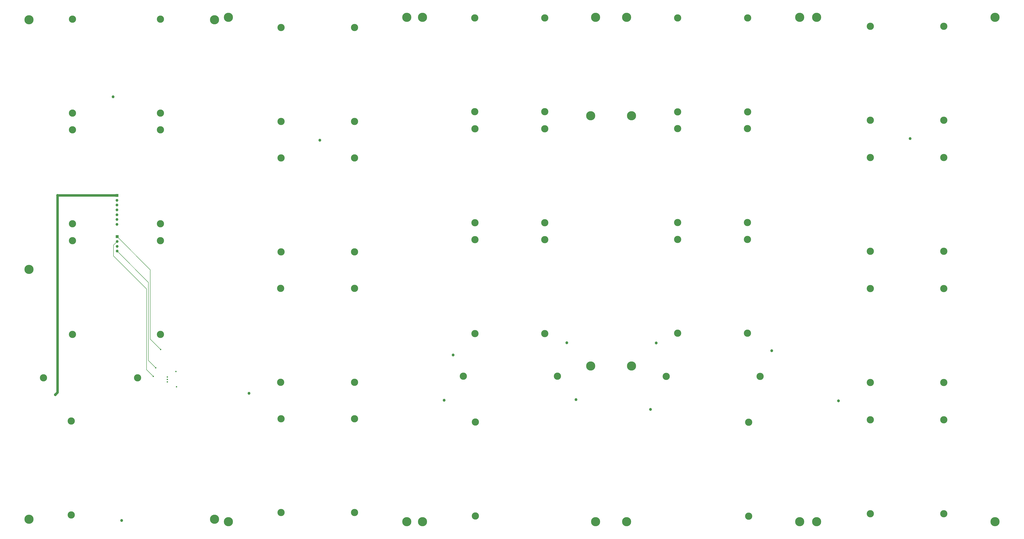
<source format=gbl>
%TF.GenerationSoftware,KiCad,Pcbnew,7.0.2-0*%
%TF.CreationDate,2024-05-08T22:34:26-07:00*%
%TF.ProjectId,FlexDeploySidePanels,466c6578-4465-4706-9c6f-795369646550,v3b*%
%TF.SameCoordinates,Original*%
%TF.FileFunction,Copper,L4,Bot*%
%TF.FilePolarity,Positive*%
%FSLAX46Y46*%
G04 Gerber Fmt 4.6, Leading zero omitted, Abs format (unit mm)*
G04 Created by KiCad (PCBNEW 7.0.2-0) date 2024-05-08 22:34:26*
%MOMM*%
%LPD*%
G01*
G04 APERTURE LIST*
%TA.AperFunction,ComponentPad*%
%ADD10C,3.000000*%
%TD*%
%TA.AperFunction,ComponentPad*%
%ADD11R,1.150000X1.150000*%
%TD*%
%TA.AperFunction,ComponentPad*%
%ADD12C,1.150000*%
%TD*%
%TA.AperFunction,ComponentPad*%
%ADD13C,2.600000*%
%TD*%
%TA.AperFunction,ConnectorPad*%
%ADD14C,3.800000*%
%TD*%
%TA.AperFunction,ViaPad*%
%ADD15C,0.600000*%
%TD*%
%TA.AperFunction,ViaPad*%
%ADD16C,1.200000*%
%TD*%
%TA.AperFunction,Conductor*%
%ADD17C,1.000000*%
%TD*%
%TA.AperFunction,Conductor*%
%ADD18C,0.200000*%
%TD*%
G04 APERTURE END LIST*
D10*
%TO.P,SC1,0,-*%
%TO.N,GND*%
X471950000Y-308454797D03*
%TO.P,SC1,1,+*%
%TO.N,Net-(D1-C)*%
X471950000Y-269454797D03*
%TD*%
%TO.P,SC21,0,-*%
%TO.N,Net-(D21-A)*%
X306400000Y-141450000D03*
%TO.P,SC21,1,+*%
%TO.N,Net-(D21-C)*%
X306400000Y-102450000D03*
%TD*%
%TO.P,SC38,0,-*%
%TO.N,Net-(D38-A)*%
X147000000Y-141999000D03*
%TO.P,SC38,1,+*%
%TO.N,Net-(D37-A)*%
X147000000Y-102999000D03*
%TD*%
D11*
%TO.P,J1,1,Pin_1*%
%TO.N,DEP SENSE*%
X128950000Y-176249999D03*
D12*
%TO.P,J1,2,Pin_2*%
%TO.N,VSOLAR*%
X128950000Y-178250000D03*
%TO.P,J1,3,Pin_3*%
X128950000Y-180249999D03*
%TO.P,J1,4,Pin_4*%
X128950000Y-182250000D03*
%TO.P,J1,5,Pin_5*%
%TO.N,GND*%
X128950000Y-184249998D03*
%TO.P,J1,6,Pin_6*%
X128950000Y-186249999D03*
%TO.P,J1,7,Pin_7*%
X128950000Y-188249998D03*
%TD*%
D10*
%TO.P,SC18,0,-*%
%TO.N,Net-(D18-A)*%
X277450000Y-194650000D03*
%TO.P,SC18,1,+*%
%TO.N,Net-(D17-A)*%
X277450000Y-233650000D03*
%TD*%
%TO.P,SC13,0,-*%
%TO.N,Net-(D13-A)*%
X390600000Y-141500000D03*
%TO.P,SC13,1,+*%
%TO.N,Net-(D13-C)*%
X390600000Y-102500000D03*
%TD*%
D13*
%TO.P,H18,1,1*%
%TO.N,GND*%
X169450000Y-103250000D03*
D14*
X169450000Y-103250000D03*
%TD*%
D10*
%TO.P,SC17,0,-*%
%TO.N,Net-(D17-A)*%
X272650000Y-251300000D03*
%TO.P,SC17,1,+*%
%TO.N,Net-(D17-C)*%
X311650000Y-251300000D03*
%TD*%
%TO.P,SC11,0,-*%
%TO.N,Net-(D11-A)*%
X361500000Y-148500000D03*
%TO.P,SC11,1,+*%
%TO.N,Net-(D10-A)*%
X361500000Y-187500000D03*
%TD*%
%TO.P,SC25,0,-*%
%TO.N,Net-(D25-A)*%
X197000000Y-269000000D03*
%TO.P,SC25,1,+*%
%TO.N,Net-(D25-C)*%
X197000000Y-308000000D03*
%TD*%
D13*
%TO.P,H21,1,1*%
%TO.N,GND*%
X92450000Y-310750000D03*
D14*
X92450000Y-310750000D03*
%TD*%
D10*
%TO.P,SC34,0,-*%
%TO.N,Net-(D34-A)*%
X98500000Y-252000000D03*
%TO.P,SC34,1,+*%
%TO.N,Net-(D33-A)*%
X137500000Y-252000000D03*
%TD*%
D13*
%TO.P,H8,1,1*%
%TO.N,GND*%
X340400000Y-311750000D03*
D14*
X340400000Y-311750000D03*
%TD*%
D10*
%TO.P,SC20,0,-*%
%TO.N,GND*%
X277400000Y-102450000D03*
%TO.P,SC20,1,+*%
%TO.N,Net-(D19-A)*%
X277400000Y-141450000D03*
%TD*%
%TO.P,SC6,0,-*%
%TO.N,Net-(D5-C)*%
X441450000Y-160454797D03*
%TO.P,SC6,1,+*%
%TO.N,Net-(D6-C)*%
X441450000Y-199454797D03*
%TD*%
%TO.P,SC10,0,-*%
%TO.N,Net-(D10-A)*%
X361500000Y-194500000D03*
%TO.P,SC10,1,+*%
%TO.N,Net-(D10-C)*%
X361500000Y-233500000D03*
%TD*%
D13*
%TO.P,H1,1,1*%
%TO.N,GND*%
X493200000Y-311750000D03*
D14*
X493200000Y-311750000D03*
%TD*%
D10*
%TO.P,SC30,0,-*%
%TO.N,Net-(D30-A)*%
X227500000Y-199666666D03*
%TO.P,SC30,1,+*%
%TO.N,Net-(D29-A)*%
X227500000Y-160666666D03*
%TD*%
D13*
%TO.P,H9,1,1*%
%TO.N,GND*%
X327500000Y-311750000D03*
D14*
X327500000Y-311750000D03*
%TD*%
D13*
%TO.P,H5,1,1*%
%TO.N,GND*%
X412200000Y-311750000D03*
D14*
X412200000Y-311750000D03*
%TD*%
D13*
%TO.P,H7,1,1*%
%TO.N,GND*%
X340400000Y-102250000D03*
D14*
X340400000Y-102250000D03*
%TD*%
D13*
%TO.P,H24,1,1*%
%TO.N,GND*%
X342400000Y-247100000D03*
D14*
X342400000Y-247100000D03*
%TD*%
D10*
%TO.P,SC16,0,-*%
%TO.N,GND*%
X391000000Y-309510000D03*
%TO.P,SC16,1,+*%
%TO.N,Net-(D15-A)*%
X391000000Y-270510000D03*
%TD*%
D13*
%TO.P,H16,1,1*%
%TO.N,GND*%
X175200000Y-311750000D03*
D14*
X175200000Y-311750000D03*
%TD*%
D10*
%TO.P,SC9,0,-*%
%TO.N,Net-(D10-C)*%
X395750000Y-251460000D03*
%TO.P,SC9,1,+*%
%TO.N,Net-(D43-A)*%
X356750000Y-251460000D03*
%TD*%
D13*
%TO.P,H14,1,1*%
%TO.N,GND*%
X249200000Y-102250000D03*
D14*
X249200000Y-102250000D03*
%TD*%
D10*
%TO.P,SC26,0,-*%
%TO.N,Net-(D26-A)*%
X196850000Y-214833332D03*
%TO.P,SC26,1,+*%
%TO.N,Net-(D25-A)*%
X196850000Y-253833332D03*
%TD*%
D13*
%TO.P,H6,1,1*%
%TO.N,GND*%
X412200000Y-102250000D03*
D14*
X412200000Y-102250000D03*
%TD*%
D13*
%TO.P,H22,1,1*%
%TO.N,GND*%
X342400000Y-143100000D03*
D14*
X342400000Y-143100000D03*
%TD*%
D13*
%TO.P,H13,1,1*%
%TO.N,GND*%
X249200000Y-311750000D03*
D14*
X249200000Y-311750000D03*
%TD*%
D13*
%TO.P,H19,1,1*%
%TO.N,GND*%
X92456000Y-103251000D03*
D14*
X92456000Y-103251000D03*
%TD*%
D10*
%TO.P,SC7,0,-*%
%TO.N,Net-(D6-C)*%
X441450000Y-214954797D03*
%TO.P,SC7,1,+*%
%TO.N,Net-(D7-C)*%
X441450000Y-253954797D03*
%TD*%
D13*
%TO.P,H25,1,1*%
%TO.N,GND*%
X325500000Y-247100000D03*
D14*
X325500000Y-247100000D03*
%TD*%
D10*
%TO.P,SC14,0,-*%
%TO.N,Net-(D14-A)*%
X390500000Y-187500000D03*
%TO.P,SC14,1,+*%
%TO.N,Net-(D13-A)*%
X390500000Y-148500000D03*
%TD*%
D11*
%TO.P,J4,1,Pin_1*%
%TO.N,OUT2*%
X129000000Y-193375000D03*
D12*
%TO.P,J4,2,Pin_2*%
%TO.N,OUT1*%
X129000000Y-195375000D03*
%TO.P,J4,3,Pin_3*%
%TO.N,GND*%
X129000000Y-197375000D03*
%TO.P,J4,4,Pin_4*%
%TO.N,+3V3*%
X129000000Y-199375000D03*
%TD*%
D13*
%TO.P,H4,1,1*%
%TO.N,GND*%
X419220000Y-311750000D03*
D14*
X419220000Y-311750000D03*
%TD*%
D10*
%TO.P,SC37,0,-*%
%TO.N,Net-(D37-A)*%
X110500000Y-103000000D03*
%TO.P,SC37,1,+*%
%TO.N,Net-(D37-C)*%
X110500000Y-142000000D03*
%TD*%
%TO.P,SC39,0,-*%
%TO.N,Net-(D39-A)*%
X147000000Y-188000000D03*
%TO.P,SC39,1,+*%
%TO.N,Net-(D38-A)*%
X147000000Y-149000000D03*
%TD*%
%TO.P,SC35,0,-*%
%TO.N,Net-(D35-A)*%
X110500000Y-195000000D03*
%TO.P,SC35,1,+*%
%TO.N,Net-(D34-A)*%
X110500000Y-234000000D03*
%TD*%
D13*
%TO.P,H23,1,1*%
%TO.N,GND*%
X325500000Y-143100000D03*
D14*
X325500000Y-143100000D03*
%TD*%
D10*
%TO.P,SC15,0,-*%
%TO.N,Net-(D15-A)*%
X390500000Y-233500000D03*
%TO.P,SC15,1,+*%
%TO.N,Net-(D14-A)*%
X390500000Y-194500000D03*
%TD*%
%TO.P,SC28,0,-*%
%TO.N,GND*%
X197000000Y-106500000D03*
%TO.P,SC28,1,+*%
%TO.N,Net-(D27-A)*%
X197000000Y-145500000D03*
%TD*%
%TO.P,SC3,0,-*%
%TO.N,Net-(D2-C)*%
X471950000Y-199454797D03*
%TO.P,SC3,1,+*%
%TO.N,Net-(D3-C)*%
X471950000Y-160454797D03*
%TD*%
%TO.P,SC32,0,-*%
%TO.N,GND*%
X227500000Y-308000000D03*
%TO.P,SC32,1,+*%
%TO.N,Net-(D31-A)*%
X227500000Y-269000000D03*
%TD*%
D13*
%TO.P,H15,1,1*%
%TO.N,GND*%
X175200000Y-102250000D03*
D14*
X175200000Y-102250000D03*
%TD*%
D10*
%TO.P,SC31,0,-*%
%TO.N,Net-(D31-A)*%
X227500000Y-253833332D03*
%TO.P,SC31,1,+*%
%TO.N,Net-(D30-A)*%
X227500000Y-214833332D03*
%TD*%
%TO.P,SC5,0,-*%
%TO.N,GND*%
X441450000Y-105954797D03*
%TO.P,SC5,1,+*%
%TO.N,Net-(D5-C)*%
X441450000Y-144954797D03*
%TD*%
D13*
%TO.P,H12,1,1*%
%TO.N,GND*%
X255700000Y-311750000D03*
D14*
X255700000Y-311750000D03*
%TD*%
D10*
%TO.P,SC19,0,-*%
%TO.N,Net-(D19-A)*%
X277450000Y-148550000D03*
%TO.P,SC19,1,+*%
%TO.N,Net-(D18-A)*%
X277450000Y-187550000D03*
%TD*%
%TO.P,SC22,0,-*%
%TO.N,Net-(D22-A)*%
X306450000Y-187550000D03*
%TO.P,SC22,1,+*%
%TO.N,Net-(D21-A)*%
X306450000Y-148550000D03*
%TD*%
D13*
%TO.P,H17,1,1*%
%TO.N,GND*%
X169450000Y-310769000D03*
D14*
X169450000Y-310769000D03*
%TD*%
D10*
%TO.P,SC12,0,-*%
%TO.N,GND*%
X361500000Y-102500000D03*
%TO.P,SC12,1,+*%
%TO.N,Net-(D11-A)*%
X361500000Y-141500000D03*
%TD*%
D13*
%TO.P,H3,1,1*%
%TO.N,GND*%
X419200000Y-102250000D03*
D14*
X419200000Y-102250000D03*
%TD*%
D10*
%TO.P,SC8,0,-*%
%TO.N,Net-(D7-C)*%
X441450000Y-269454797D03*
%TO.P,SC8,1,+*%
%TO.N,Net-(D45-A)*%
X441450000Y-308454797D03*
%TD*%
D13*
%TO.P,H2,1,1*%
%TO.N,GND*%
X493200000Y-102250000D03*
D14*
X493200000Y-102250000D03*
%TD*%
D10*
%TO.P,SC33,0,-*%
%TO.N,Net-(D33-A)*%
X110000000Y-270000000D03*
%TO.P,SC33,1,+*%
%TO.N,Net-(D33-C)*%
X110000000Y-309000000D03*
%TD*%
%TO.P,SC24,0,-*%
%TO.N,GND*%
X277600000Y-309400000D03*
%TO.P,SC24,1,+*%
%TO.N,Net-(D23-A)*%
X277600000Y-270400000D03*
%TD*%
%TO.P,SC4,0,-*%
%TO.N,Net-(D3-C)*%
X471950000Y-144954797D03*
%TO.P,SC4,1,+*%
%TO.N,Net-(D4-C)*%
X471950000Y-105954797D03*
%TD*%
%TO.P,SC36,0,-*%
%TO.N,GND*%
X110500000Y-149000000D03*
%TO.P,SC36,1,+*%
%TO.N,Net-(D35-A)*%
X110500000Y-188000000D03*
%TD*%
D13*
%TO.P,H11,1,1*%
%TO.N,GND*%
X255700000Y-102250000D03*
D14*
X255700000Y-102250000D03*
%TD*%
D13*
%TO.P,H10,1,1*%
%TO.N,GND*%
X327500000Y-102250000D03*
D14*
X327500000Y-102250000D03*
%TD*%
D10*
%TO.P,SC23,0,-*%
%TO.N,Net-(D23-A)*%
X306450000Y-233650000D03*
%TO.P,SC23,1,+*%
%TO.N,Net-(D22-A)*%
X306450000Y-194650000D03*
%TD*%
%TO.P,SC2,0,-*%
%TO.N,Net-(D1-C)*%
X471950000Y-253954797D03*
%TO.P,SC2,1,+*%
%TO.N,Net-(D2-C)*%
X471950000Y-214954797D03*
%TD*%
%TO.P,SC40,0,-*%
%TO.N,GND*%
X147000000Y-234000000D03*
%TO.P,SC40,1,+*%
%TO.N,Net-(D39-A)*%
X147000000Y-195000000D03*
%TD*%
%TO.P,SC27,0,-*%
%TO.N,Net-(D27-A)*%
X197000000Y-160666666D03*
%TO.P,SC27,1,+*%
%TO.N,Net-(D26-A)*%
X197000000Y-199666666D03*
%TD*%
D13*
%TO.P,H20,1,1*%
%TO.N,GND*%
X92450000Y-207000000D03*
D14*
X92450000Y-207000000D03*
%TD*%
D10*
%TO.P,SC29,0,-*%
%TO.N,Net-(D29-A)*%
X227500000Y-145500000D03*
%TO.P,SC29,1,+*%
%TO.N,Net-(D29-C)*%
X227500000Y-106500000D03*
%TD*%
D15*
%TO.N,GND*%
X153416000Y-249428000D03*
D16*
X352660000Y-237550000D03*
D15*
X153670000Y-255778000D03*
X149860000Y-253746000D03*
X149860000Y-252730000D03*
D16*
X319380000Y-261070000D03*
D15*
X149860000Y-251714000D03*
D16*
X268380000Y-242540000D03*
%TO.N,VSOLAR*%
X350300000Y-265150000D03*
X183750000Y-258450000D03*
X130900000Y-311250000D03*
X315530000Y-237490000D03*
X458000000Y-152650000D03*
X127375000Y-135225000D03*
X213150000Y-153300000D03*
X264700000Y-261300000D03*
X428250000Y-261550000D03*
X400525000Y-240775000D03*
%TO.N,DEP SENSE*%
X103400000Y-259000000D03*
X104300000Y-176276000D03*
D15*
%TO.N,OUT1*%
X144018000Y-251460000D03*
%TO.N,OUT2*%
X147066000Y-240284000D03*
%TO.N,+3V3*%
X145034000Y-247904000D03*
%TD*%
D17*
%TO.N,DEP SENSE*%
X104300000Y-176276000D02*
X128923999Y-176276000D01*
X128923999Y-176276000D02*
X128950000Y-176249999D01*
X104300000Y-176276000D02*
X104300000Y-258100000D01*
X104300000Y-258100000D02*
X103400000Y-259000000D01*
D18*
%TO.N,OUT1*%
X127508000Y-201422000D02*
X127508000Y-196867000D01*
X141224000Y-215138000D02*
X127508000Y-201422000D01*
X127508000Y-196867000D02*
X129000000Y-195375000D01*
X141224000Y-248666000D02*
X141224000Y-215138000D01*
X144018000Y-251460000D02*
X141224000Y-248666000D01*
%TO.N,OUT2*%
X142748000Y-235966000D02*
X142748000Y-207123000D01*
X147066000Y-240284000D02*
X142748000Y-235966000D01*
X142748000Y-207123000D02*
X129000000Y-193375000D01*
%TO.N,+3V3*%
X145034000Y-247904000D02*
X141986000Y-244856000D01*
X141986000Y-212361000D02*
X129000000Y-199375000D01*
X141986000Y-244856000D02*
X141986000Y-212361000D01*
%TD*%
M02*

</source>
